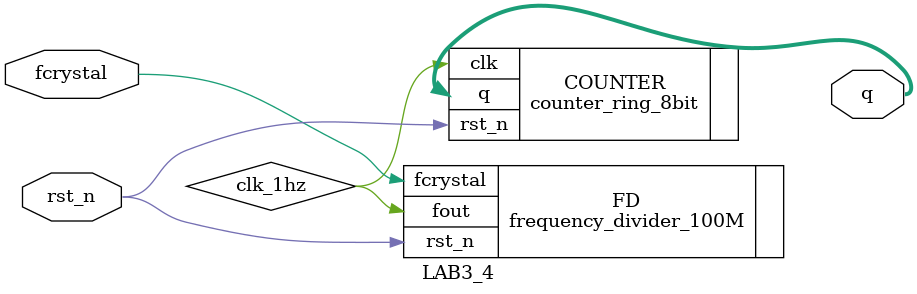
<source format=v>
`timescale 1ns / 1ps


module LAB3_4(
    output [7:0] q,
    input        fcrystal,    // global clock
    input        rst_n        // active low reset
    );
    
    frequency_divider_100M FD(
        .fout(clk_1hz),       // 1 Hz clock
        .fcrystal(fcrystal),  // crystal frequency (global clock)
        .rst_n(rst_n)         //  active low reset
        );
    
    counter_ring_8bit COUNTER(
        .q(q),
        .clk(clk_1hz),        // 1 Hz clock
        .rst_n(rst_n)         // active low reset
        );
    
endmodule                     // LAB3_4

</source>
